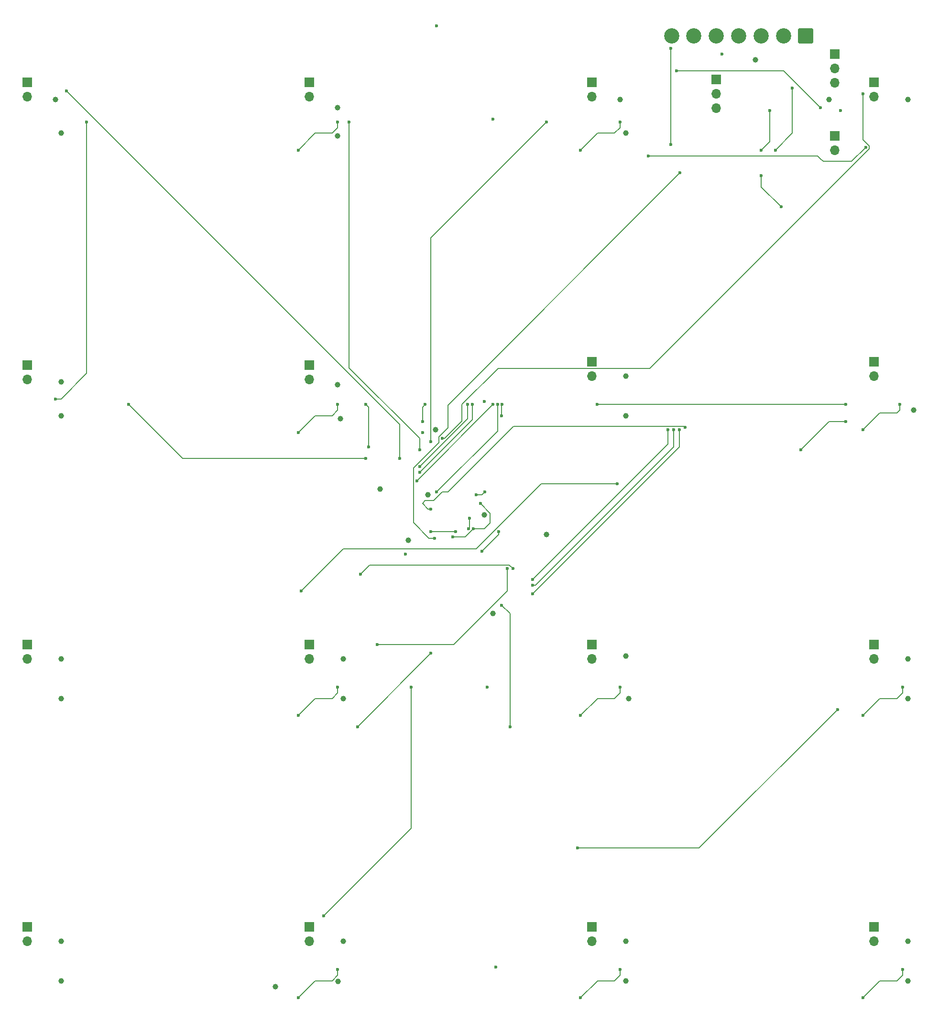
<source format=gbr>
%TF.GenerationSoftware,KiCad,Pcbnew,9.0.0*%
%TF.CreationDate,2025-03-24T06:03:53+01:00*%
%TF.ProjectId,PCB_Chessboard,5043425f-4368-4657-9373-626f6172642e,rev?*%
%TF.SameCoordinates,Original*%
%TF.FileFunction,Copper,L4,Bot*%
%TF.FilePolarity,Positive*%
%FSLAX46Y46*%
G04 Gerber Fmt 4.6, Leading zero omitted, Abs format (unit mm)*
G04 Created by KiCad (PCBNEW 9.0.0) date 2025-03-24 06:03:53*
%MOMM*%
%LPD*%
G01*
G04 APERTURE LIST*
G04 Aperture macros list*
%AMRoundRect*
0 Rectangle with rounded corners*
0 $1 Rounding radius*
0 $2 $3 $4 $5 $6 $7 $8 $9 X,Y pos of 4 corners*
0 Add a 4 corners polygon primitive as box body*
4,1,4,$2,$3,$4,$5,$6,$7,$8,$9,$2,$3,0*
0 Add four circle primitives for the rounded corners*
1,1,$1+$1,$2,$3*
1,1,$1+$1,$4,$5*
1,1,$1+$1,$6,$7*
1,1,$1+$1,$8,$9*
0 Add four rect primitives between the rounded corners*
20,1,$1+$1,$2,$3,$4,$5,0*
20,1,$1+$1,$4,$5,$6,$7,0*
20,1,$1+$1,$6,$7,$8,$9,0*
20,1,$1+$1,$8,$9,$2,$3,0*%
G04 Aperture macros list end*
%TA.AperFunction,ComponentPad*%
%ADD10R,1.700000X1.700000*%
%TD*%
%TA.AperFunction,ComponentPad*%
%ADD11O,1.700000X1.700000*%
%TD*%
%TA.AperFunction,ComponentPad*%
%ADD12RoundRect,0.250001X1.099999X1.099999X-1.099999X1.099999X-1.099999X-1.099999X1.099999X-1.099999X0*%
%TD*%
%TA.AperFunction,ComponentPad*%
%ADD13C,2.700000*%
%TD*%
%TA.AperFunction,ViaPad*%
%ADD14C,0.600000*%
%TD*%
%TA.AperFunction,ViaPad*%
%ADD15C,1.000000*%
%TD*%
%TA.AperFunction,Conductor*%
%ADD16C,0.200000*%
%TD*%
G04 APERTURE END LIST*
D10*
%TO.P,J17,1,Pin_1*%
%TO.N,ANT16+*%
X175000000Y-173460000D03*
D11*
%TO.P,J17,2,Pin_2*%
%TO.N,Net-(J17-Pin_2)*%
X175000000Y-176000000D03*
%TD*%
D10*
%TO.P,J4,1,Pin_1*%
%TO.N,ANT3+*%
X125000000Y-24000000D03*
D11*
%TO.P,J4,2,Pin_2*%
%TO.N,Net-(J4-Pin_2)*%
X125000000Y-26540000D03*
%TD*%
D10*
%TO.P,J18,1,Pin_1*%
%TO.N,+3.3V*%
X168000000Y-33460000D03*
D11*
%TO.P,J18,2,Pin_2*%
X168000000Y-36000000D03*
%TD*%
D10*
%TO.P,J5,1,Pin_1*%
%TO.N,ANT4+*%
X175000000Y-24000000D03*
D11*
%TO.P,J5,2,Pin_2*%
%TO.N,Net-(J5-Pin_2)*%
X175000000Y-26540000D03*
%TD*%
D10*
%TO.P,J2,1,Pin_1*%
%TO.N,ANT1+*%
X25000000Y-24000000D03*
D11*
%TO.P,J2,2,Pin_2*%
%TO.N,Net-(J2-Pin_2)*%
X25000000Y-26540000D03*
%TD*%
D10*
%TO.P,J9,1,Pin_1*%
%TO.N,ANT8+*%
X175000000Y-73460000D03*
D11*
%TO.P,J9,2,Pin_2*%
%TO.N,Net-(J9-Pin_2)*%
X175000000Y-76000000D03*
%TD*%
D10*
%TO.P,J7,1,Pin_1*%
%TO.N,ANT6+*%
X75000000Y-74000000D03*
D11*
%TO.P,J7,2,Pin_2*%
%TO.N,Net-(J7-Pin_2)*%
X75000000Y-76540000D03*
%TD*%
D10*
%TO.P,J19,1,Pin_1*%
%TO.N,GND*%
X168000000Y-19000000D03*
D11*
%TO.P,J19,2,Pin_2*%
X168000000Y-21540000D03*
%TO.P,J19,3,Pin_3*%
X168000000Y-24080000D03*
%TD*%
D10*
%TO.P,J11,1,Pin_1*%
%TO.N,ANT10+*%
X75000000Y-123460000D03*
D11*
%TO.P,J11,2,Pin_2*%
%TO.N,Net-(J11-Pin_2)*%
X75000000Y-126000000D03*
%TD*%
D10*
%TO.P,J12,1,Pin_1*%
%TO.N,ANT11+*%
X125000000Y-123460000D03*
D11*
%TO.P,J12,2,Pin_2*%
%TO.N,Net-(J12-Pin_2)*%
X125000000Y-126000000D03*
%TD*%
D10*
%TO.P,J10,1,Pin_1*%
%TO.N,ANT9+*%
X25000000Y-123460000D03*
D11*
%TO.P,J10,2,Pin_2*%
%TO.N,Net-(J10-Pin_2)*%
X25000000Y-126000000D03*
%TD*%
D10*
%TO.P,J15,1,Pin_1*%
%TO.N,ANT14+*%
X75000000Y-173460000D03*
D11*
%TO.P,J15,2,Pin_2*%
%TO.N,Net-(J15-Pin_2)*%
X75000000Y-176000000D03*
%TD*%
D12*
%TO.P,JQ1,1,Pin_1*%
%TO.N,SDA*%
X162880000Y-15775000D03*
D13*
%TO.P,JQ1,2,Pin_2*%
%TO.N,SCL*%
X158920000Y-15775000D03*
%TO.P,JQ1,3,Pin_3*%
%TO.N,GND*%
X154960000Y-15775000D03*
%TO.P,JQ1,4,Pin_4*%
%TO.N,+3.3V*%
X151000000Y-15775000D03*
%TO.P,JQ1,5,Pin_5*%
%TO.N,+5V*%
X147040000Y-15775000D03*
%TO.P,JQ1,6,Pin_6*%
%TO.N,LED.DIN*%
X143080000Y-15775000D03*
%TO.P,JQ1,7,Pin_7*%
%TO.N,GPIOXX*%
X139120000Y-15775000D03*
%TD*%
D10*
%TO.P,J20,1,Pin_1*%
%TO.N,MCP23017.A0*%
X147000000Y-23475000D03*
D11*
%TO.P,J20,2,Pin_2*%
%TO.N,MCP23017.A1*%
X147000000Y-26015000D03*
%TO.P,J20,3,Pin_3*%
%TO.N,MCP23017.A2*%
X147000000Y-28555000D03*
%TD*%
D10*
%TO.P,J16,1,Pin_1*%
%TO.N,ANT15+*%
X125000000Y-173460000D03*
D11*
%TO.P,J16,2,Pin_2*%
%TO.N,Net-(J16-Pin_2)*%
X125000000Y-176000000D03*
%TD*%
D10*
%TO.P,J8,1,Pin_1*%
%TO.N,ANT7+*%
X125000000Y-73460000D03*
D11*
%TO.P,J8,2,Pin_2*%
%TO.N,Net-(J8-Pin_2)*%
X125000000Y-76000000D03*
%TD*%
D10*
%TO.P,J3,1,Pin_1*%
%TO.N,ANT2+*%
X75000000Y-24000000D03*
D11*
%TO.P,J3,2,Pin_2*%
%TO.N,Net-(J3-Pin_2)*%
X75000000Y-26540000D03*
%TD*%
D10*
%TO.P,J6,1,Pin_1*%
%TO.N,ANT5+*%
X25000000Y-74000000D03*
D11*
%TO.P,J6,2,Pin_2*%
%TO.N,Net-(J6-Pin_2)*%
X25000000Y-76540000D03*
%TD*%
D10*
%TO.P,J13,1,Pin_1*%
%TO.N,ANT12+*%
X175000000Y-123460000D03*
D11*
%TO.P,J13,2,Pin_2*%
%TO.N,Net-(J13-Pin_2)*%
X175000000Y-126000000D03*
%TD*%
D10*
%TO.P,J14,1,Pin_1*%
%TO.N,ANT13+*%
X25000000Y-173460000D03*
D11*
%TO.P,J14,2,Pin_2*%
%TO.N,Net-(J14-Pin_2)*%
X25000000Y-176000000D03*
%TD*%
D14*
%TO.N,+3.3V*%
X97500000Y-14000000D03*
%TO.N,CLRC663.RX*%
X108500000Y-103500000D03*
X103175734Y-102975737D03*
X103335554Y-101150000D03*
X105500000Y-107000000D03*
%TO.N,CLRC663.ALIM*%
X104000000Y-103000000D03*
X100385017Y-104448770D03*
D15*
%TO.N,GND*%
X96000000Y-97000000D03*
D14*
%TO.N,CLRC663.ALIM*%
X97174265Y-104674265D03*
%TO.N,Net-(D24-DOUT)*%
X162000000Y-89000000D03*
X129500000Y-95000000D03*
X73500000Y-114000000D03*
X170000000Y-84000000D03*
%TO.N,Net-(D28-DOUT)*%
X168500000Y-135000000D03*
X122500000Y-159500000D03*
%TO.N,Net-(D20-DOUT)*%
X30000000Y-80000000D03*
X35500000Y-31000000D03*
X140000000Y-22000000D03*
X165500000Y-28500000D03*
%TO.N,SCL*%
X155000000Y-40500000D03*
X158500000Y-46000000D03*
X155000000Y-36000000D03*
X156500000Y-29000000D03*
%TO.N,ANT15+*%
X110500000Y-138000000D03*
X109000000Y-116500000D03*
%TO.N,ANT14+*%
X77500000Y-171500000D03*
X93000000Y-131000000D03*
D15*
%TO.N,GND*%
X107500000Y-118000000D03*
D14*
%TO.N,ANT13+*%
X96500000Y-125000000D03*
X83500000Y-138000000D03*
%TO.N,ANT9+*%
X111000000Y-110000000D03*
X84000000Y-111000000D03*
%TO.N,ANT10+*%
X110000000Y-110000000D03*
%TO.N,+3.3V*%
X92000000Y-107500000D03*
X95000000Y-86000000D03*
D15*
%TO.N,GND*%
X117000000Y-104000000D03*
D14*
%TO.N,CLRC663.ALIM*%
X105250000Y-98500000D03*
X140600000Y-40000000D03*
%TO.N,CLRC663.TX1*%
X100850000Y-103500000D03*
X96500000Y-103500000D03*
D15*
%TO.N,GND*%
X87500000Y-96000000D03*
X97300000Y-85500000D03*
D14*
%TO.N,ANT6+*%
X85500000Y-88500000D03*
X85000000Y-81000000D03*
%TO.N,ANT7+*%
X109000000Y-83000000D03*
X109100006Y-81000000D03*
D15*
%TO.N,GND*%
X131500000Y-133000000D03*
X131000000Y-125500000D03*
D14*
%TO.N,ANT10+*%
X87000000Y-123500000D03*
%TO.N,Net-(U1-XTAL1)*%
X104494669Y-97005331D03*
X106055331Y-96444669D03*
D15*
%TO.N,GND*%
X106000000Y-100500000D03*
X92500000Y-105000000D03*
D14*
%TO.N,ANT5+*%
X85000000Y-90500000D03*
X43000000Y-81000000D03*
%TO.N,ANT3+*%
X96500000Y-87600000D03*
X117000000Y-31000000D03*
D15*
%TO.N,GND*%
X80000000Y-33500000D03*
X80000000Y-28500000D03*
D14*
%TO.N,ANT2+*%
X94500000Y-89000000D03*
X82000000Y-31000000D03*
%TO.N,ANT1+*%
X91000000Y-90500000D03*
%TO.N,ANT4+*%
X98500000Y-87000000D03*
X173000000Y-26000000D03*
%TO.N,SDA*%
X96500000Y-99500000D03*
X141500000Y-85000000D03*
%TO.N,MCP23017.GPA6*%
X114500000Y-114500000D03*
X140500000Y-85500000D03*
%TO.N,MCP23017.GPA5*%
X114500000Y-113000000D03*
X139500000Y-85500000D03*
%TO.N,MCP23017.GPA4*%
X114500000Y-112000000D03*
X138500000Y-85500000D03*
%TO.N,MCP23017.GPA3*%
X97500000Y-96500000D03*
X108300003Y-81000000D03*
%TO.N,MCP23017.GPA2*%
X94000000Y-94500000D03*
X107500000Y-81000000D03*
%TO.N,MCP23017.GPA0*%
X94500000Y-92000000D03*
X103000000Y-81000000D03*
%TO.N,+3.3V*%
X95500000Y-81000000D03*
X95000000Y-84000000D03*
D15*
%TO.N,GND*%
X131000000Y-33000000D03*
D14*
%TO.N,+5V*%
X107500000Y-30500000D03*
X106000000Y-80500000D03*
X108000000Y-180500000D03*
X106500000Y-131000000D03*
X125975735Y-80975735D03*
X170000000Y-81000000D03*
%TO.N,Net-(D23-DOUT)*%
X179500000Y-81000000D03*
X173000000Y-85500000D03*
D15*
%TO.N,GND*%
X131000000Y-76000000D03*
X131000000Y-83000000D03*
X80000000Y-77500000D03*
X80500000Y-83500000D03*
X181000000Y-126000000D03*
X181000000Y-133000000D03*
D14*
%TO.N,Net-(D27-DOUT)*%
X180000000Y-131000000D03*
X173000000Y-136000000D03*
%TO.N,Net-(D26-DOUT)*%
X130000000Y-131000000D03*
X123000000Y-136000000D03*
D15*
%TO.N,GND*%
X81000000Y-126000000D03*
X81000000Y-133000000D03*
X181000000Y-176000000D03*
X181000000Y-183000000D03*
D14*
%TO.N,Net-(D31-DOUT)*%
X180000000Y-181000000D03*
X173000000Y-186000000D03*
D15*
%TO.N,GND*%
X31000000Y-77000000D03*
X31000000Y-83000000D03*
X31000000Y-126000000D03*
X31000000Y-133000000D03*
X131000000Y-176000000D03*
X131000000Y-183000000D03*
D14*
%TO.N,Net-(D30-DOUT)*%
X130000000Y-181000000D03*
X123000000Y-186000000D03*
D15*
%TO.N,GND*%
X69000000Y-184000000D03*
X31000000Y-183000000D03*
X31000000Y-176000000D03*
X81000000Y-176000000D03*
X80065686Y-183065686D03*
D14*
%TO.N,Net-(D29-DOUT)*%
X80000000Y-181000000D03*
X73000000Y-186000000D03*
%TO.N,Net-(D25-DOUT)*%
X80000000Y-131000000D03*
X73000000Y-136000000D03*
%TO.N,Net-(D21-DOUT)*%
X80000000Y-81000000D03*
X73000000Y-86000000D03*
D15*
%TO.N,GND*%
X182000000Y-82000000D03*
D14*
%TO.N,GPIOXX*%
X139000000Y-35000000D03*
X139000000Y-18000000D03*
D15*
%TO.N,GND*%
X181000000Y-27000000D03*
X167000000Y-27000000D03*
X154000000Y-20000000D03*
D14*
%TO.N,+5V*%
X169000000Y-29000000D03*
X148000000Y-19000000D03*
D15*
%TO.N,GND*%
X130000000Y-27000000D03*
X30000000Y-27000000D03*
X31000000Y-33000000D03*
D14*
%TO.N,Net-(D18-DOUT)*%
X130000000Y-31000000D03*
X123000000Y-36000000D03*
%TO.N,Net-(D17-DOUT)*%
X80000000Y-31000000D03*
X73000000Y-36000000D03*
%TO.N,Net-(D19-DOUT)*%
X135000000Y-37000000D03*
X173500000Y-35500000D03*
%TO.N,MCP23017.GPA1*%
X103847527Y-81001000D03*
X94500000Y-93000000D03*
%TO.N,SDA*%
X160500000Y-25000000D03*
X157500000Y-36000000D03*
%TO.N,ANT1+*%
X32000000Y-25500000D03*
%TD*%
D16*
%TO.N,CLRC663.ALIM*%
X107000000Y-102000000D02*
X106000000Y-103000000D01*
X107000000Y-100250000D02*
X107000000Y-102000000D01*
%TO.N,CLRC663.RX*%
X108500000Y-103500000D02*
X108500000Y-104000000D01*
X108500000Y-104000000D02*
X105500000Y-107000000D01*
X103335554Y-102815917D02*
X103175734Y-102975737D01*
X103335554Y-101150000D02*
X103335554Y-102815917D01*
%TO.N,CLRC663.ALIM*%
X106000000Y-103000000D02*
X104000000Y-103000000D01*
X102551230Y-104448770D02*
X104000000Y-103000000D01*
X100385017Y-104448770D02*
X102551230Y-104448770D01*
%TO.N,SDA*%
X95000000Y-98500000D02*
X96000000Y-99500000D01*
X96000000Y-99500000D02*
X96500000Y-99500000D01*
X97000000Y-98000000D02*
X95500000Y-98000000D01*
X98500000Y-96500000D02*
X97000000Y-98000000D01*
X99500000Y-96500000D02*
X98500000Y-96500000D01*
X95500000Y-98000000D02*
X95000000Y-98500000D01*
X111101000Y-84899000D02*
X99500000Y-96500000D01*
%TO.N,CLRC663.ALIM*%
X96174265Y-104674265D02*
X97174265Y-104674265D01*
X93399000Y-101899000D02*
X96174265Y-104674265D01*
%TO.N,Net-(D24-DOUT)*%
X167000000Y-84000000D02*
X170000000Y-84000000D01*
X162000000Y-89000000D02*
X167000000Y-84000000D01*
X104500000Y-106500000D02*
X116000000Y-95000000D01*
X81000000Y-106500000D02*
X104500000Y-106500000D01*
X116000000Y-95000000D02*
X129500000Y-95000000D01*
X73500000Y-114000000D02*
X81000000Y-106500000D01*
%TO.N,Net-(D28-DOUT)*%
X144000000Y-159500000D02*
X168500000Y-135000000D01*
X122500000Y-159500000D02*
X144000000Y-159500000D01*
%TO.N,Net-(D20-DOUT)*%
X31000000Y-80000000D02*
X30000000Y-80000000D01*
X35500000Y-75500000D02*
X31000000Y-80000000D01*
X35500000Y-31000000D02*
X35500000Y-75500000D01*
X140500000Y-22000000D02*
X140000000Y-22000000D01*
X165500000Y-28500000D02*
X159000000Y-22000000D01*
X159000000Y-22000000D02*
X140500000Y-22000000D01*
%TO.N,SCL*%
X158500000Y-46000000D02*
X155000000Y-42500000D01*
X155000000Y-42500000D02*
X155000000Y-40500000D01*
X156500000Y-34500000D02*
X155000000Y-36000000D01*
X156500000Y-29000000D02*
X156500000Y-34500000D01*
%TO.N,ANT15+*%
X110500000Y-118000000D02*
X109000000Y-116500000D01*
X110500000Y-138000000D02*
X110500000Y-118000000D01*
%TO.N,ANT14+*%
X93000000Y-156000000D02*
X77500000Y-171500000D01*
X93000000Y-131000000D02*
X93000000Y-156000000D01*
%TO.N,ANT13+*%
X83500000Y-138000000D02*
X96500000Y-125000000D01*
%TO.N,ANT9+*%
X110399000Y-109399000D02*
X111000000Y-110000000D01*
X84000000Y-111000000D02*
X85601000Y-109399000D01*
X85601000Y-109399000D02*
X110399000Y-109399000D01*
%TO.N,ANT10+*%
X110000000Y-114000000D02*
X110000000Y-110000000D01*
X100500000Y-123500000D02*
X110000000Y-114000000D01*
%TO.N,CLRC663.ALIM*%
X105250000Y-98500000D02*
X107000000Y-100250000D01*
X93399000Y-92251057D02*
X93399000Y-101899000D01*
X97899000Y-87751057D02*
X93399000Y-92251057D01*
X97899000Y-86751057D02*
X97899000Y-87751057D01*
X99500000Y-85150057D02*
X97899000Y-86751057D01*
X140600000Y-40000000D02*
X99500000Y-81100000D01*
X99500000Y-81100000D02*
X99500000Y-85150057D01*
%TO.N,CLRC663.TX1*%
X96500000Y-103500000D02*
X100850000Y-103500000D01*
%TO.N,ANT6+*%
X85500000Y-81500000D02*
X85500000Y-88500000D01*
X85000000Y-81000000D02*
X85500000Y-81500000D01*
%TO.N,ANT7+*%
X109000000Y-81100006D02*
X109000000Y-83000000D01*
X109100006Y-81000000D02*
X109000000Y-81100006D01*
%TO.N,ANT10+*%
X87000000Y-123500000D02*
X100500000Y-123500000D01*
%TO.N,Net-(U1-XTAL1)*%
X104494669Y-97005331D02*
X105494669Y-97005331D01*
X105494669Y-97005331D02*
X106055331Y-96444669D01*
%TO.N,ANT5+*%
X52500000Y-90500000D02*
X85000000Y-90500000D01*
X43000000Y-81000000D02*
X52500000Y-90500000D01*
%TO.N,ANT3+*%
X96500000Y-51500000D02*
X96500000Y-87600000D01*
X117000000Y-31000000D02*
X96500000Y-51500000D01*
%TO.N,ANT2+*%
X94500000Y-87000000D02*
X94500000Y-89000000D01*
X82000000Y-74500000D02*
X94500000Y-87000000D01*
X82000000Y-31000000D02*
X82000000Y-74500000D01*
%TO.N,ANT1+*%
X91000000Y-90000000D02*
X91000000Y-90500000D01*
%TO.N,ANT4+*%
X98932900Y-87000000D02*
X98500000Y-87000000D01*
X98966450Y-86966450D02*
X98932900Y-87000000D01*
X102000000Y-83932900D02*
X98966450Y-86966450D01*
X102000000Y-83500000D02*
X102000000Y-83932900D01*
X102000000Y-81000000D02*
X102000000Y-83500000D01*
X108389000Y-74611000D02*
X102000000Y-81000000D01*
X135238943Y-74611000D02*
X108389000Y-74611000D01*
X174101000Y-35748943D02*
X135238943Y-74611000D01*
X174101000Y-35251057D02*
X174101000Y-35748943D01*
X173000000Y-26000000D02*
X173000000Y-34150057D01*
X173000000Y-34150057D02*
X174101000Y-35251057D01*
%TO.N,SDA*%
X141399000Y-84899000D02*
X111101000Y-84899000D01*
X141500000Y-85000000D02*
X141399000Y-84899000D01*
%TO.N,MCP23017.GPA6*%
X140500000Y-88500000D02*
X114500000Y-114500000D01*
X140500000Y-85500000D02*
X140500000Y-88500000D01*
%TO.N,MCP23017.GPA5*%
X139500000Y-88500000D02*
X115000000Y-113000000D01*
X139500000Y-85500000D02*
X139500000Y-88500000D01*
X115000000Y-113000000D02*
X114500000Y-113000000D01*
%TO.N,MCP23017.GPA4*%
X138500000Y-88000000D02*
X114500000Y-112000000D01*
X138500000Y-85500000D02*
X138500000Y-88000000D01*
%TO.N,MCP23017.GPA3*%
X108300003Y-85699997D02*
X97500000Y-96500000D01*
X108300003Y-81000000D02*
X108300003Y-85699997D01*
%TO.N,MCP23017.GPA2*%
X107500000Y-81000000D02*
X94000000Y-94500000D01*
%TO.N,MCP23017.GPA0*%
X103000000Y-83500000D02*
X94500000Y-92000000D01*
X103000000Y-81000000D02*
X103000000Y-83500000D01*
%TO.N,+3.3V*%
X95000000Y-81500000D02*
X95000000Y-84000000D01*
X95500000Y-81000000D02*
X95000000Y-81500000D01*
%TO.N,+5V*%
X125975735Y-80975735D02*
X169975735Y-80975735D01*
X169975735Y-80975735D02*
X170000000Y-81000000D01*
%TO.N,Net-(D23-DOUT)*%
X179500000Y-81500000D02*
X179500000Y-81000000D01*
X179500000Y-82000000D02*
X179500000Y-81500000D01*
X179000000Y-82500000D02*
X179500000Y-82000000D01*
X176000000Y-82500000D02*
X179000000Y-82500000D01*
X175500000Y-83000000D02*
X176000000Y-82500000D01*
X173000000Y-85500000D02*
X175500000Y-83000000D01*
%TO.N,Net-(D27-DOUT)*%
X180000000Y-132000000D02*
X180000000Y-131000000D01*
X179000000Y-133000000D02*
X180000000Y-132000000D01*
X173000000Y-136000000D02*
X176000000Y-133000000D01*
X176000000Y-133000000D02*
X179000000Y-133000000D01*
%TO.N,Net-(D26-DOUT)*%
X130000000Y-132000000D02*
X130000000Y-131000000D01*
X129000000Y-133000000D02*
X130000000Y-132000000D01*
X126000000Y-133000000D02*
X129000000Y-133000000D01*
X123000000Y-136000000D02*
X126000000Y-133000000D01*
%TO.N,Net-(D31-DOUT)*%
X180000000Y-182000000D02*
X180000000Y-181000000D01*
X179000000Y-183000000D02*
X180000000Y-182000000D01*
X176000000Y-183000000D02*
X179000000Y-183000000D01*
X173000000Y-186000000D02*
X176000000Y-183000000D01*
%TO.N,Net-(D30-DOUT)*%
X130000000Y-182000000D02*
X130000000Y-181000000D01*
X129000000Y-183000000D02*
X130000000Y-182000000D01*
X126000000Y-183000000D02*
X129000000Y-183000000D01*
X123000000Y-186000000D02*
X126000000Y-183000000D01*
%TO.N,Net-(D29-DOUT)*%
X80000000Y-182000000D02*
X80000000Y-181000000D01*
X79000000Y-183000000D02*
X80000000Y-182000000D01*
X73000000Y-186000000D02*
X76000000Y-183000000D01*
X76000000Y-183000000D02*
X79000000Y-183000000D01*
%TO.N,Net-(D25-DOUT)*%
X80000000Y-132000000D02*
X80000000Y-131000000D01*
X79000000Y-133000000D02*
X80000000Y-132000000D01*
X73000000Y-136000000D02*
X76000000Y-133000000D01*
X76000000Y-133000000D02*
X79000000Y-133000000D01*
%TO.N,Net-(D21-DOUT)*%
X80000000Y-82000000D02*
X80000000Y-81000000D01*
X79000000Y-83000000D02*
X80000000Y-82000000D01*
X76000000Y-83000000D02*
X79000000Y-83000000D01*
X73000000Y-86000000D02*
X76000000Y-83000000D01*
%TO.N,GPIOXX*%
X139000000Y-18000000D02*
X139000000Y-35000000D01*
%TO.N,Net-(D18-DOUT)*%
X130000000Y-32000000D02*
X130000000Y-31000000D01*
X129000000Y-33000000D02*
X130000000Y-32000000D01*
X126000000Y-33000000D02*
X129000000Y-33000000D01*
X123000000Y-36000000D02*
X126000000Y-33000000D01*
%TO.N,Net-(D17-DOUT)*%
X76000000Y-33000000D02*
X79000000Y-33000000D01*
X80000000Y-32000000D02*
X80000000Y-31000000D01*
X73000000Y-36000000D02*
X76000000Y-33000000D01*
X79000000Y-33000000D02*
X80000000Y-32000000D01*
%TO.N,Net-(D19-DOUT)*%
X135000000Y-37000000D02*
X165000000Y-37000000D01*
X166000000Y-38000000D02*
X171000000Y-38000000D01*
X165500000Y-37500000D02*
X166000000Y-38000000D01*
X165000000Y-37000000D02*
X165500000Y-37500000D01*
X171000000Y-38000000D02*
X173500000Y-35500000D01*
%TO.N,MCP23017.GPA1*%
X103847527Y-81001000D02*
X103847527Y-83652473D01*
X103847527Y-83652473D02*
X94500000Y-93000000D01*
%TO.N,SDA*%
X160500000Y-25000000D02*
X160500000Y-33000000D01*
X160500000Y-33000000D02*
X157500000Y-36000000D01*
%TO.N,ANT1+*%
X32000000Y-25500000D02*
X91000000Y-84500000D01*
X91000000Y-84500000D02*
X91000000Y-90000000D01*
%TD*%
M02*

</source>
